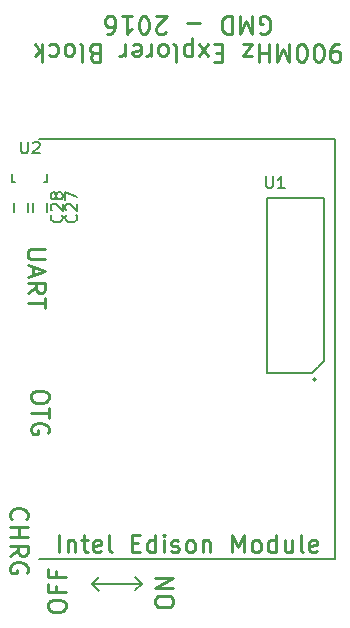
<source format=gto>
G04 #@! TF.FileFunction,Legend,Top*
%FSLAX46Y46*%
G04 Gerber Fmt 4.6, Leading zero omitted, Abs format (unit mm)*
G04 Created by KiCad (PCBNEW 4.0.2-stable) date 7/26/2016 9:47:51 PM*
%MOMM*%
G01*
G04 APERTURE LIST*
%ADD10C,0.100000*%
%ADD11C,0.250000*%
%ADD12C,0.200000*%
%ADD13C,0.150000*%
%ADD14O,1.300000X1.300000*%
%ADD15O,1.550000X1.300000*%
%ADD16R,0.800100X0.800100*%
%ADD17R,1.430000X0.200000*%
%ADD18C,2.500000*%
%ADD19C,0.970000*%
%ADD20C,0.900000*%
%ADD21R,0.750000X0.800000*%
G04 APERTURE END LIST*
D10*
D11*
X-968727Y21372700D02*
X-2183013Y21372700D01*
X-2325870Y21301272D01*
X-2397299Y21229843D01*
X-2468727Y21086986D01*
X-2468727Y20801272D01*
X-2397299Y20658414D01*
X-2325870Y20586986D01*
X-2183013Y20515557D01*
X-968727Y20515557D01*
X-2040156Y19872700D02*
X-2040156Y19158414D01*
X-2468727Y20015557D02*
X-968727Y19515557D01*
X-2468727Y19015557D01*
X-2468727Y17658414D02*
X-1754442Y18158414D01*
X-2468727Y18515557D02*
X-968727Y18515557D01*
X-968727Y17944129D01*
X-1040156Y17801271D01*
X-1111585Y17729843D01*
X-1254442Y17658414D01*
X-1468727Y17658414D01*
X-1611585Y17729843D01*
X-1683013Y17801271D01*
X-1754442Y17944129D01*
X-1754442Y18515557D01*
X-968727Y17229843D02*
X-968727Y16372700D01*
X-2468727Y16801271D02*
X-968727Y16801271D01*
X-688727Y9014129D02*
X-688727Y8728415D01*
X-760156Y8585557D01*
X-903013Y8442700D01*
X-1188727Y8371272D01*
X-1688727Y8371272D01*
X-1974442Y8442700D01*
X-2117299Y8585557D01*
X-2188727Y8728415D01*
X-2188727Y9014129D01*
X-2117299Y9156986D01*
X-1974442Y9299843D01*
X-1688727Y9371272D01*
X-1188727Y9371272D01*
X-903013Y9299843D01*
X-760156Y9156986D01*
X-688727Y9014129D01*
X-688727Y7942700D02*
X-688727Y7085557D01*
X-2188727Y7514128D02*
X-688727Y7514128D01*
X-760156Y5799843D02*
X-688727Y5942700D01*
X-688727Y6156986D01*
X-760156Y6371271D01*
X-903013Y6514129D01*
X-1045870Y6585557D01*
X-1331585Y6656986D01*
X-1545870Y6656986D01*
X-1831585Y6585557D01*
X-1974442Y6514129D01*
X-2117299Y6371271D01*
X-2188727Y6156986D01*
X-2188727Y6014129D01*
X-2117299Y5799843D01*
X-2045870Y5728414D01*
X-1545870Y5728414D01*
X-1545870Y6014129D01*
X-3825870Y-1518729D02*
X-3897299Y-1447300D01*
X-3968727Y-1233014D01*
X-3968727Y-1090157D01*
X-3897299Y-875872D01*
X-3754442Y-733014D01*
X-3611585Y-661586D01*
X-3325870Y-590157D01*
X-3111585Y-590157D01*
X-2825870Y-661586D01*
X-2683013Y-733014D01*
X-2540156Y-875872D01*
X-2468727Y-1090157D01*
X-2468727Y-1233014D01*
X-2540156Y-1447300D01*
X-2611585Y-1518729D01*
X-3968727Y-2161586D02*
X-2468727Y-2161586D01*
X-3183013Y-2161586D02*
X-3183013Y-3018729D01*
X-3968727Y-3018729D02*
X-2468727Y-3018729D01*
X-3968727Y-4590158D02*
X-3254442Y-4090158D01*
X-3968727Y-3733015D02*
X-2468727Y-3733015D01*
X-2468727Y-4304443D01*
X-2540156Y-4447301D01*
X-2611585Y-4518729D01*
X-2754442Y-4590158D01*
X-2968727Y-4590158D01*
X-3111585Y-4518729D01*
X-3183013Y-4447301D01*
X-3254442Y-4304443D01*
X-3254442Y-3733015D01*
X-2540156Y-6018729D02*
X-2468727Y-5875872D01*
X-2468727Y-5661586D01*
X-2540156Y-5447301D01*
X-2683013Y-5304443D01*
X-2825870Y-5233015D01*
X-3111585Y-5161586D01*
X-3325870Y-5161586D01*
X-3611585Y-5233015D01*
X-3754442Y-5304443D01*
X-3897299Y-5447301D01*
X-3968727Y-5661586D01*
X-3968727Y-5804443D01*
X-3897299Y-6018729D01*
X-3825870Y-6090158D01*
X-3325870Y-6090158D01*
X-3325870Y-5804443D01*
D12*
X2979844Y-6970157D02*
X3579844Y-7570157D01*
X2999844Y-6970157D02*
X3589844Y-6380157D01*
X7219844Y-6960157D02*
X6649844Y-7530157D01*
X7199844Y-6970157D02*
X6599844Y-6370157D01*
X3029844Y-6970157D02*
X7199844Y-6970157D01*
D11*
X-741585Y-8958728D02*
X-741585Y-8673014D01*
X-670156Y-8530156D01*
X-527299Y-8387299D01*
X-241585Y-8315871D01*
X258415Y-8315871D01*
X544130Y-8387299D01*
X686987Y-8530156D01*
X758415Y-8673014D01*
X758415Y-8958728D01*
X686987Y-9101585D01*
X544130Y-9244442D01*
X258415Y-9315871D01*
X-241585Y-9315871D01*
X-527299Y-9244442D01*
X-670156Y-9101585D01*
X-741585Y-8958728D01*
X-27299Y-7173013D02*
X-27299Y-7673013D01*
X758415Y-7673013D02*
X-741585Y-7673013D01*
X-741585Y-6958727D01*
X-27299Y-5887299D02*
X-27299Y-6387299D01*
X758415Y-6387299D02*
X-741585Y-6387299D01*
X-741585Y-5673013D01*
X8358415Y-8608729D02*
X8358415Y-8323015D01*
X8429844Y-8180157D01*
X8572701Y-8037300D01*
X8858415Y-7965872D01*
X9358415Y-7965872D01*
X9644130Y-8037300D01*
X9786987Y-8180157D01*
X9858415Y-8323015D01*
X9858415Y-8608729D01*
X9786987Y-8751586D01*
X9644130Y-8894443D01*
X9358415Y-8965872D01*
X8858415Y-8965872D01*
X8572701Y-8894443D01*
X8429844Y-8751586D01*
X8358415Y-8608729D01*
X9858415Y-7323014D02*
X8358415Y-7323014D01*
X9858415Y-6465871D01*
X8358415Y-6465871D01*
X23885558Y38743414D02*
X23599843Y38743414D01*
X23456986Y38671986D01*
X23385558Y38600557D01*
X23242700Y38386272D01*
X23171272Y38100557D01*
X23171272Y37529129D01*
X23242700Y37386272D01*
X23314129Y37314843D01*
X23456986Y37243414D01*
X23742700Y37243414D01*
X23885558Y37314843D01*
X23956986Y37386272D01*
X24028415Y37529129D01*
X24028415Y37886272D01*
X23956986Y38029129D01*
X23885558Y38100557D01*
X23742700Y38171986D01*
X23456986Y38171986D01*
X23314129Y38100557D01*
X23242700Y38029129D01*
X23171272Y37886272D01*
X22242701Y37243414D02*
X22099844Y37243414D01*
X21956987Y37314843D01*
X21885558Y37386272D01*
X21814129Y37529129D01*
X21742701Y37814843D01*
X21742701Y38171986D01*
X21814129Y38457700D01*
X21885558Y38600557D01*
X21956987Y38671986D01*
X22099844Y38743414D01*
X22242701Y38743414D01*
X22385558Y38671986D01*
X22456987Y38600557D01*
X22528415Y38457700D01*
X22599844Y38171986D01*
X22599844Y37814843D01*
X22528415Y37529129D01*
X22456987Y37386272D01*
X22385558Y37314843D01*
X22242701Y37243414D01*
X20814130Y37243414D02*
X20671273Y37243414D01*
X20528416Y37314843D01*
X20456987Y37386272D01*
X20385558Y37529129D01*
X20314130Y37814843D01*
X20314130Y38171986D01*
X20385558Y38457700D01*
X20456987Y38600557D01*
X20528416Y38671986D01*
X20671273Y38743414D01*
X20814130Y38743414D01*
X20956987Y38671986D01*
X21028416Y38600557D01*
X21099844Y38457700D01*
X21171273Y38171986D01*
X21171273Y37814843D01*
X21099844Y37529129D01*
X21028416Y37386272D01*
X20956987Y37314843D01*
X20814130Y37243414D01*
X19671273Y38743414D02*
X19671273Y37243414D01*
X19171273Y38314843D01*
X18671273Y37243414D01*
X18671273Y38743414D01*
X17956987Y38743414D02*
X17956987Y37243414D01*
X17956987Y37957700D02*
X17099844Y37957700D01*
X17099844Y38743414D02*
X17099844Y37243414D01*
X16528415Y37743414D02*
X15742701Y37743414D01*
X16528415Y38743414D01*
X15742701Y38743414D01*
X14028415Y37957700D02*
X13528415Y37957700D01*
X13314129Y38743414D02*
X14028415Y38743414D01*
X14028415Y37243414D01*
X13314129Y37243414D01*
X12814129Y38743414D02*
X12028415Y37743414D01*
X12814129Y37743414D02*
X12028415Y38743414D01*
X11456986Y37743414D02*
X11456986Y39243414D01*
X11456986Y37814843D02*
X11314129Y37743414D01*
X11028415Y37743414D01*
X10885558Y37814843D01*
X10814129Y37886272D01*
X10742700Y38029129D01*
X10742700Y38457700D01*
X10814129Y38600557D01*
X10885558Y38671986D01*
X11028415Y38743414D01*
X11314129Y38743414D01*
X11456986Y38671986D01*
X9885557Y38743414D02*
X10028415Y38671986D01*
X10099843Y38529129D01*
X10099843Y37243414D01*
X9099843Y38743414D02*
X9242701Y38671986D01*
X9314129Y38600557D01*
X9385558Y38457700D01*
X9385558Y38029129D01*
X9314129Y37886272D01*
X9242701Y37814843D01*
X9099843Y37743414D01*
X8885558Y37743414D01*
X8742701Y37814843D01*
X8671272Y37886272D01*
X8599843Y38029129D01*
X8599843Y38457700D01*
X8671272Y38600557D01*
X8742701Y38671986D01*
X8885558Y38743414D01*
X9099843Y38743414D01*
X7956986Y38743414D02*
X7956986Y37743414D01*
X7956986Y38029129D02*
X7885558Y37886272D01*
X7814129Y37814843D01*
X7671272Y37743414D01*
X7528415Y37743414D01*
X6456987Y38671986D02*
X6599844Y38743414D01*
X6885558Y38743414D01*
X7028415Y38671986D01*
X7099844Y38529129D01*
X7099844Y37957700D01*
X7028415Y37814843D01*
X6885558Y37743414D01*
X6599844Y37743414D01*
X6456987Y37814843D01*
X6385558Y37957700D01*
X6385558Y38100557D01*
X7099844Y38243414D01*
X5742701Y38743414D02*
X5742701Y37743414D01*
X5742701Y38029129D02*
X5671273Y37886272D01*
X5599844Y37814843D01*
X5456987Y37743414D01*
X5314130Y37743414D01*
X3171273Y37957700D02*
X2956987Y38029129D01*
X2885559Y38100557D01*
X2814130Y38243414D01*
X2814130Y38457700D01*
X2885559Y38600557D01*
X2956987Y38671986D01*
X3099845Y38743414D01*
X3671273Y38743414D01*
X3671273Y37243414D01*
X3171273Y37243414D01*
X3028416Y37314843D01*
X2956987Y37386272D01*
X2885559Y37529129D01*
X2885559Y37671986D01*
X2956987Y37814843D01*
X3028416Y37886272D01*
X3171273Y37957700D01*
X3671273Y37957700D01*
X1956987Y38743414D02*
X2099845Y38671986D01*
X2171273Y38529129D01*
X2171273Y37243414D01*
X1171273Y38743414D02*
X1314131Y38671986D01*
X1385559Y38600557D01*
X1456988Y38457700D01*
X1456988Y38029129D01*
X1385559Y37886272D01*
X1314131Y37814843D01*
X1171273Y37743414D01*
X956988Y37743414D01*
X814131Y37814843D01*
X742702Y37886272D01*
X671273Y38029129D01*
X671273Y38457700D01*
X742702Y38600557D01*
X814131Y38671986D01*
X956988Y38743414D01*
X1171273Y38743414D01*
X-614441Y38671986D02*
X-471584Y38743414D01*
X-185870Y38743414D01*
X-43012Y38671986D01*
X28416Y38600557D01*
X99845Y38457700D01*
X99845Y38029129D01*
X28416Y37886272D01*
X-43012Y37814843D01*
X-185870Y37743414D01*
X-471584Y37743414D01*
X-614441Y37814843D01*
X-1257298Y38743414D02*
X-1257298Y37243414D01*
X-1400155Y38171986D02*
X-1828726Y38743414D01*
X-1828726Y37743414D02*
X-1257298Y38314843D01*
X17242700Y39664843D02*
X17385557Y39593414D01*
X17599843Y39593414D01*
X17814128Y39664843D01*
X17956986Y39807700D01*
X18028414Y39950557D01*
X18099843Y40236272D01*
X18099843Y40450557D01*
X18028414Y40736272D01*
X17956986Y40879129D01*
X17814128Y41021986D01*
X17599843Y41093414D01*
X17456986Y41093414D01*
X17242700Y41021986D01*
X17171271Y40950557D01*
X17171271Y40450557D01*
X17456986Y40450557D01*
X16528414Y41093414D02*
X16528414Y39593414D01*
X16028414Y40664843D01*
X15528414Y39593414D01*
X15528414Y41093414D01*
X14814128Y41093414D02*
X14814128Y39593414D01*
X14456985Y39593414D01*
X14242700Y39664843D01*
X14099842Y39807700D01*
X14028414Y39950557D01*
X13956985Y40236272D01*
X13956985Y40450557D01*
X14028414Y40736272D01*
X14099842Y40879129D01*
X14242700Y41021986D01*
X14456985Y41093414D01*
X14814128Y41093414D01*
X12171271Y40521986D02*
X11028414Y40521986D01*
X9242700Y39736272D02*
X9171271Y39664843D01*
X9028414Y39593414D01*
X8671271Y39593414D01*
X8528414Y39664843D01*
X8456985Y39736272D01*
X8385557Y39879129D01*
X8385557Y40021986D01*
X8456985Y40236272D01*
X9314128Y41093414D01*
X8385557Y41093414D01*
X7456986Y39593414D02*
X7314129Y39593414D01*
X7171272Y39664843D01*
X7099843Y39736272D01*
X7028414Y39879129D01*
X6956986Y40164843D01*
X6956986Y40521986D01*
X7028414Y40807700D01*
X7099843Y40950557D01*
X7171272Y41021986D01*
X7314129Y41093414D01*
X7456986Y41093414D01*
X7599843Y41021986D01*
X7671272Y40950557D01*
X7742700Y40807700D01*
X7814129Y40521986D01*
X7814129Y40164843D01*
X7742700Y39879129D01*
X7671272Y39736272D01*
X7599843Y39664843D01*
X7456986Y39593414D01*
X5528415Y41093414D02*
X6385558Y41093414D01*
X5956986Y41093414D02*
X5956986Y39593414D01*
X6099843Y39807700D01*
X6242701Y39950557D01*
X6385558Y40021986D01*
X4242701Y39593414D02*
X4528415Y39593414D01*
X4671272Y39664843D01*
X4742701Y39736272D01*
X4885558Y39950557D01*
X4956987Y40236272D01*
X4956987Y40807700D01*
X4885558Y40950557D01*
X4814130Y41021986D01*
X4671272Y41093414D01*
X4385558Y41093414D01*
X4242701Y41021986D01*
X4171272Y40950557D01*
X4099844Y40807700D01*
X4099844Y40450557D01*
X4171272Y40307700D01*
X4242701Y40236272D01*
X4385558Y40164843D01*
X4671272Y40164843D01*
X4814130Y40236272D01*
X4885558Y40307700D01*
X4956987Y40450557D01*
X216987Y-4298728D02*
X216987Y-2798728D01*
X931273Y-3298728D02*
X931273Y-4298728D01*
X931273Y-3441586D02*
X1002701Y-3370157D01*
X1145559Y-3298728D01*
X1359844Y-3298728D01*
X1502701Y-3370157D01*
X1574130Y-3513014D01*
X1574130Y-4298728D01*
X2074130Y-3298728D02*
X2645559Y-3298728D01*
X2288416Y-2798728D02*
X2288416Y-4084443D01*
X2359844Y-4227300D01*
X2502702Y-4298728D01*
X2645559Y-4298728D01*
X3716987Y-4227300D02*
X3574130Y-4298728D01*
X3288416Y-4298728D01*
X3145559Y-4227300D01*
X3074130Y-4084443D01*
X3074130Y-3513014D01*
X3145559Y-3370157D01*
X3288416Y-3298728D01*
X3574130Y-3298728D01*
X3716987Y-3370157D01*
X3788416Y-3513014D01*
X3788416Y-3655871D01*
X3074130Y-3798728D01*
X4645559Y-4298728D02*
X4502701Y-4227300D01*
X4431273Y-4084443D01*
X4431273Y-2798728D01*
X6359844Y-3513014D02*
X6859844Y-3513014D01*
X7074130Y-4298728D02*
X6359844Y-4298728D01*
X6359844Y-2798728D01*
X7074130Y-2798728D01*
X8359844Y-4298728D02*
X8359844Y-2798728D01*
X8359844Y-4227300D02*
X8216987Y-4298728D01*
X7931273Y-4298728D01*
X7788415Y-4227300D01*
X7716987Y-4155871D01*
X7645558Y-4013014D01*
X7645558Y-3584443D01*
X7716987Y-3441586D01*
X7788415Y-3370157D01*
X7931273Y-3298728D01*
X8216987Y-3298728D01*
X8359844Y-3370157D01*
X9074130Y-4298728D02*
X9074130Y-3298728D01*
X9074130Y-2798728D02*
X9002701Y-2870157D01*
X9074130Y-2941586D01*
X9145558Y-2870157D01*
X9074130Y-2798728D01*
X9074130Y-2941586D01*
X9716987Y-4227300D02*
X9859844Y-4298728D01*
X10145559Y-4298728D01*
X10288416Y-4227300D01*
X10359844Y-4084443D01*
X10359844Y-4013014D01*
X10288416Y-3870157D01*
X10145559Y-3798728D01*
X9931273Y-3798728D01*
X9788416Y-3727300D01*
X9716987Y-3584443D01*
X9716987Y-3513014D01*
X9788416Y-3370157D01*
X9931273Y-3298728D01*
X10145559Y-3298728D01*
X10288416Y-3370157D01*
X11216988Y-4298728D02*
X11074130Y-4227300D01*
X11002702Y-4155871D01*
X10931273Y-4013014D01*
X10931273Y-3584443D01*
X11002702Y-3441586D01*
X11074130Y-3370157D01*
X11216988Y-3298728D01*
X11431273Y-3298728D01*
X11574130Y-3370157D01*
X11645559Y-3441586D01*
X11716988Y-3584443D01*
X11716988Y-4013014D01*
X11645559Y-4155871D01*
X11574130Y-4227300D01*
X11431273Y-4298728D01*
X11216988Y-4298728D01*
X12359845Y-3298728D02*
X12359845Y-4298728D01*
X12359845Y-3441586D02*
X12431273Y-3370157D01*
X12574131Y-3298728D01*
X12788416Y-3298728D01*
X12931273Y-3370157D01*
X13002702Y-3513014D01*
X13002702Y-4298728D01*
X14859845Y-4298728D02*
X14859845Y-2798728D01*
X15359845Y-3870157D01*
X15859845Y-2798728D01*
X15859845Y-4298728D01*
X16788417Y-4298728D02*
X16645559Y-4227300D01*
X16574131Y-4155871D01*
X16502702Y-4013014D01*
X16502702Y-3584443D01*
X16574131Y-3441586D01*
X16645559Y-3370157D01*
X16788417Y-3298728D01*
X17002702Y-3298728D01*
X17145559Y-3370157D01*
X17216988Y-3441586D01*
X17288417Y-3584443D01*
X17288417Y-4013014D01*
X17216988Y-4155871D01*
X17145559Y-4227300D01*
X17002702Y-4298728D01*
X16788417Y-4298728D01*
X18574131Y-4298728D02*
X18574131Y-2798728D01*
X18574131Y-4227300D02*
X18431274Y-4298728D01*
X18145560Y-4298728D01*
X18002702Y-4227300D01*
X17931274Y-4155871D01*
X17859845Y-4013014D01*
X17859845Y-3584443D01*
X17931274Y-3441586D01*
X18002702Y-3370157D01*
X18145560Y-3298728D01*
X18431274Y-3298728D01*
X18574131Y-3370157D01*
X19931274Y-3298728D02*
X19931274Y-4298728D01*
X19288417Y-3298728D02*
X19288417Y-4084443D01*
X19359845Y-4227300D01*
X19502703Y-4298728D01*
X19716988Y-4298728D01*
X19859845Y-4227300D01*
X19931274Y-4155871D01*
X20859846Y-4298728D02*
X20716988Y-4227300D01*
X20645560Y-4084443D01*
X20645560Y-2798728D01*
X22002702Y-4227300D02*
X21859845Y-4298728D01*
X21574131Y-4298728D01*
X21431274Y-4227300D01*
X21359845Y-4084443D01*
X21359845Y-3513014D01*
X21431274Y-3370157D01*
X21574131Y-3298728D01*
X21859845Y-3298728D01*
X22002702Y-3370157D01*
X22074131Y-3513014D01*
X22074131Y-3655871D01*
X21359845Y-3798728D01*
D12*
X23530000Y-4830000D02*
X-1470000Y-4830000D01*
X23530000Y30670000D02*
X23530000Y-4830000D01*
X-1470000Y30670000D02*
X23530000Y30670000D01*
D13*
X-3619316Y27069603D02*
X-3571056Y27069603D01*
X-820336Y27770643D02*
X-820336Y27069603D01*
X-820336Y27069603D02*
X-1069256Y27069603D01*
X-3619316Y27069603D02*
X-3819976Y27069603D01*
X-3819976Y27069603D02*
X-3819976Y27770643D01*
X21980000Y10325000D02*
G75*
G03X21980000Y10325000I-150000J0D01*
G01*
D12*
X21620000Y10900000D02*
X22620000Y11900000D01*
X22620000Y11900000D02*
X22620000Y25700000D01*
X22620000Y25700000D02*
X17840000Y25700000D01*
X17840000Y25700000D02*
X17840000Y10900000D01*
X17840000Y10900000D02*
X21620000Y10900000D01*
D13*
X-845156Y25254843D02*
X-845156Y24554843D01*
X-2045156Y24554843D02*
X-2045156Y25254843D01*
X-2420156Y25254843D02*
X-2420156Y24554843D01*
X-3620156Y24554843D02*
X-3620156Y25254843D01*
X-3007061Y30477462D02*
X-3007061Y29667938D01*
X-2959442Y29572700D01*
X-2911823Y29525081D01*
X-2816585Y29477462D01*
X-2626108Y29477462D01*
X-2530870Y29525081D01*
X-2483251Y29572700D01*
X-2435632Y29667938D01*
X-2435632Y30477462D01*
X-2007061Y30382224D02*
X-1959442Y30429843D01*
X-1864204Y30477462D01*
X-1626108Y30477462D01*
X-1530870Y30429843D01*
X-1483251Y30382224D01*
X-1435632Y30286986D01*
X-1435632Y30191748D01*
X-1483251Y30048891D01*
X-2054680Y29477462D01*
X-1435632Y29477462D01*
X17738095Y27547619D02*
X17738095Y26738095D01*
X17785714Y26642857D01*
X17833333Y26595238D01*
X17928571Y26547619D01*
X18119048Y26547619D01*
X18214286Y26595238D01*
X18261905Y26642857D01*
X18309524Y26738095D01*
X18309524Y27547619D01*
X19309524Y26547619D02*
X18738095Y26547619D01*
X19023809Y26547619D02*
X19023809Y27547619D01*
X18928571Y27404762D01*
X18833333Y27309524D01*
X18738095Y27261905D01*
X1636987Y24261986D02*
X1684606Y24214367D01*
X1732225Y24071510D01*
X1732225Y23976272D01*
X1684606Y23833414D01*
X1589368Y23738176D01*
X1494130Y23690557D01*
X1303654Y23642938D01*
X1160796Y23642938D01*
X970320Y23690557D01*
X875082Y23738176D01*
X779844Y23833414D01*
X732225Y23976272D01*
X732225Y24071510D01*
X779844Y24214367D01*
X827463Y24261986D01*
X827463Y24642938D02*
X779844Y24690557D01*
X732225Y24785795D01*
X732225Y25023891D01*
X779844Y25119129D01*
X827463Y25166748D01*
X922701Y25214367D01*
X1017939Y25214367D01*
X1160796Y25166748D01*
X1732225Y24595319D01*
X1732225Y25214367D01*
X732225Y25547700D02*
X732225Y26214367D01*
X1732225Y25785795D01*
X411987Y24261986D02*
X459606Y24214367D01*
X507225Y24071510D01*
X507225Y23976272D01*
X459606Y23833414D01*
X364368Y23738176D01*
X269130Y23690557D01*
X78654Y23642938D01*
X-64204Y23642938D01*
X-254680Y23690557D01*
X-349918Y23738176D01*
X-445156Y23833414D01*
X-492775Y23976272D01*
X-492775Y24071510D01*
X-445156Y24214367D01*
X-397537Y24261986D01*
X-397537Y24642938D02*
X-445156Y24690557D01*
X-492775Y24785795D01*
X-492775Y25023891D01*
X-445156Y25119129D01*
X-397537Y25166748D01*
X-302299Y25214367D01*
X-207061Y25214367D01*
X-64204Y25166748D01*
X507225Y24595319D01*
X507225Y25214367D01*
X-64204Y25785795D02*
X-111823Y25690557D01*
X-159442Y25642938D01*
X-254680Y25595319D01*
X-302299Y25595319D01*
X-397537Y25642938D01*
X-445156Y25690557D01*
X-492775Y25785795D01*
X-492775Y25976272D01*
X-445156Y26071510D01*
X-397537Y26119129D01*
X-302299Y26166748D01*
X-254680Y26166748D01*
X-159442Y26119129D01*
X-111823Y26071510D01*
X-64204Y25976272D01*
X-64204Y25785795D01*
X-16585Y25690557D01*
X31034Y25642938D01*
X126273Y25595319D01*
X316749Y25595319D01*
X411987Y25642938D01*
X459606Y25690557D01*
X507225Y25785795D01*
X507225Y25976272D01*
X459606Y26071510D01*
X411987Y26119129D01*
X316749Y26166748D01*
X126273Y26166748D01*
X31034Y26119129D01*
X-16585Y26071510D01*
X-64204Y25976272D01*
%LPC*%
D14*
X-187460Y16499100D03*
X-187460Y21499100D03*
D15*
X-2887460Y15499100D03*
X-2887460Y22499100D03*
D14*
X-187460Y4999100D03*
X-187460Y9999100D03*
D15*
X-2887460Y3999100D03*
X-2887460Y10999100D03*
D16*
X-1370156Y28720603D03*
X-3270156Y28720603D03*
X-2320156Y26721623D03*
D17*
X21405000Y11500000D03*
X21405000Y11900000D03*
X21405000Y12300000D03*
X21405000Y12700000D03*
X21405000Y13100000D03*
X21405000Y13500000D03*
X21405000Y13900000D03*
X21405000Y14300000D03*
X21405000Y14700000D03*
X21405000Y15100000D03*
X21405000Y15500000D03*
X21405000Y15900000D03*
X21405000Y16300000D03*
X21405000Y16700000D03*
X21405000Y17100000D03*
X21405000Y17500000D03*
X21405000Y17900000D03*
X21405000Y18300000D03*
X21405000Y18700000D03*
X21405000Y19100000D03*
X21405000Y19500000D03*
X21405000Y19900000D03*
X21405000Y20300000D03*
X21405000Y20700000D03*
X21405000Y21100000D03*
X21405000Y21500000D03*
X21405000Y21900000D03*
X21405000Y22300000D03*
X21405000Y22700000D03*
X21405000Y23100000D03*
X21405000Y23500000D03*
X21405000Y23900000D03*
X21405000Y24300000D03*
X21405000Y24700000D03*
X21405000Y25100000D03*
X19055000Y11500000D03*
X19055000Y11900000D03*
X19055000Y12300000D03*
X19055000Y12700000D03*
X19055000Y13100000D03*
X19055000Y13500000D03*
X19055000Y13900000D03*
X19055000Y14300000D03*
X19055000Y14700000D03*
X19055000Y15100000D03*
X19055000Y15500000D03*
X19055000Y15900000D03*
X19055000Y16300000D03*
X19055000Y16700000D03*
X19055000Y17100000D03*
X19055000Y17500000D03*
X19055000Y17900000D03*
X19055000Y18300000D03*
X19055000Y18700000D03*
X19055000Y19100000D03*
X19055000Y19500000D03*
X19055000Y19900000D03*
X19055000Y20300000D03*
X19055000Y20700000D03*
X19055000Y21100000D03*
X19055000Y21500000D03*
X19055000Y21900000D03*
X19055000Y22300000D03*
X19055000Y22700000D03*
X19055000Y23100000D03*
X19055000Y23500000D03*
X19055000Y23900000D03*
X19055000Y24300000D03*
X19055000Y24700000D03*
X19055000Y25100000D03*
D18*
X0Y0D03*
X24170000Y-8000000D03*
X-2500000Y-8000000D03*
X24170000Y32640000D03*
X-2500000Y32640000D03*
X20600000Y28690000D03*
D19*
X14479844Y32714843D03*
X14479844Y28904843D03*
D20*
X6180000Y-8085000D03*
X3180000Y-8085000D03*
D21*
X-1445156Y25654843D03*
X-1445156Y24154843D03*
X-3020156Y25654843D03*
X-3020156Y24154843D03*
M02*

</source>
